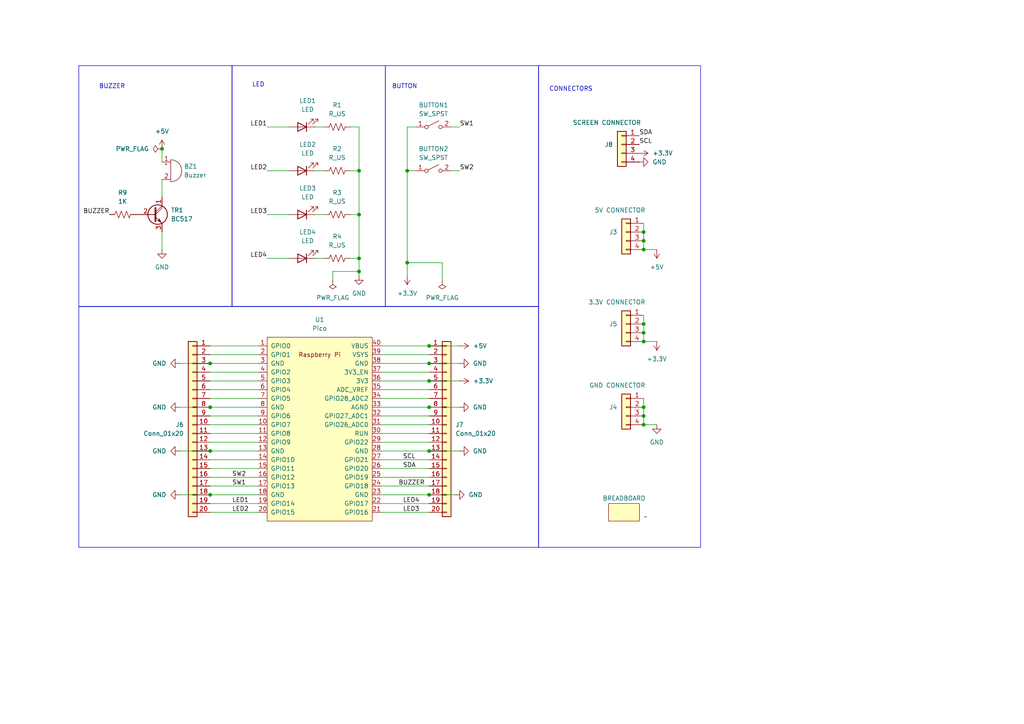
<source format=kicad_sch>
(kicad_sch (version 20231120) (generator "eeschema") (generator_version "8.0")
  (paper "A4")
  (lib_symbols
    (symbol "Library:+3.3V" (power) (pin_numbers hide) (pin_names (offset 0) hide)
      (property "Value" "+3.3V" (at 0 3.556 0))
      (symbol "+3.3V_0_1"
        (polyline (pts (xy -0.762 1.27) (xy 0 2.54)))
        (polyline (pts (xy 0 0) (xy 0 2.54)))
        (polyline (pts (xy 0 2.54) (xy 0.762 1.27)))
      )
      (symbol "+3.3V_1_1"
        (pin power_in line (at 0 0 90) (length 0) (name "~") (number "1"))
      )
    )
    (symbol "Library:+5V" (power) (pin_numbers hide) (pin_names (offset 0) hide)
      (property "Value" "+5V" (at 0 3.556 0))
      (symbol "+5V_0_1"
        (polyline (pts (xy -0.762 1.27) (xy 0 2.54)))
        (polyline (pts (xy 0 0) (xy 0 2.54)))
        (polyline (pts (xy 0 2.54) (xy 0.762 1.27)))
      )
      (symbol "+5V_1_1"
        (pin power_in line (at 0 0 90) (length 0) (name "~") (number "1"))
      )
    )
    (symbol "Library:BC517" (pin_names (offset 0) hide)
      (property "Reference" "Q" (at 5.08 1.905 0))
      (property "Value" "BC517" (at 5.08 0 0))
      (symbol "BC517_0_1"
        (polyline (pts (xy 0.635 0.635) (xy 2.54 2.54)))
        (polyline (pts (xy 0.635 -0.635) (xy 2.54 -2.54) (xy 2.54 -2.54)))
        (polyline (pts (xy 0.635 0) (xy 2.54 1.905) (xy 2.54 2.54)))
        (polyline (pts (xy 0.635 1.905) (xy 0.635 -1.905) (xy 0.635 -1.905)) (stroke (width 0.508)))
        (polyline (pts (xy 1.27 -1.778) (xy 1.778 -1.27) (xy 2.286 -2.286) (xy 1.27 -1.778) (xy 1.27 -1.778)) (fill (type outline)))
        (circle (center 1.27 0) (radius 2.8194) (stroke (width 0.254)))
      )
      (symbol "BC517_1_1"
        (pin passive line (at 2.54 5.08 270) (length 2.54) (name "C") (number "1"))
        (pin input line (at -5.08 0 0) (length 5.715) (name "B") (number "2"))
        (pin passive line (at 2.54 -5.08 90) (length 2.54) (name "E") (number "3"))
      )
    )
    (symbol "Library:Breadboard"
      (property "Reference" "U" (at -4.064 0.762 0))
      (symbol "Breadboard_1_1"
        (rectangle (start -5.08 -1.27) (end 3.81 -6.35) (fill (type background)))
      )
    )
    (symbol "Library:Buzzer" (pin_names (offset 0.0254) hide)
      (property "Reference" "BZ" (at 3.81 1.27 0))
      (property "Value" "Buzzer" (at 3.81 -1.27 0))
      (symbol "Buzzer_0_1"
        (arc (start 0 -3.175) (mid 3.1612 0) (end 0 3.175))
        (polyline (pts (xy -1.651 1.905) (xy -1.143 1.905)))
        (polyline (pts (xy -1.397 2.159) (xy -1.397 1.651)))
        (polyline (pts (xy 0 3.175) (xy 0 -3.175)))
      )
      (symbol "Buzzer_1_1"
        (pin passive line (at -2.54 2.54 0) (length 2.54) (name "+") (number "1"))
        (pin passive line (at -2.54 -2.54 0) (length 2.54) (name "-") (number "2"))
      )
    )
    (symbol "Library:Conn_01x04" (pin_names (offset 1.016) hide)
      (property "Reference" "J" (at 0 5.08 0))
      (property "Value" "Conn_01x04" (at 0 -7.62 0))
      (symbol "Conn_01x04_1_1"
        (rectangle (start -1.27 -4.953) (end 0 -5.207) (stroke (width 0.1524)))
        (rectangle (start -1.27 -2.413) (end 0 -2.667) (stroke (width 0.1524)))
        (rectangle (start -1.27 0.127) (end 0 -0.127) (stroke (width 0.1524)))
        (rectangle (start -1.27 2.667) (end 0 2.413) (stroke (width 0.1524)))
        (rectangle (start -1.27 3.81) (end 1.27 -6.35) (stroke (width 0.254)) (fill (type background)))
        (pin passive line (at -5.08 2.54 0) (length 3.81) (name "Pin_1") (number "1"))
        (pin passive line (at -5.08 0 0) (length 3.81) (name "Pin_2") (number "2"))
        (pin passive line (at -5.08 -2.54 0) (length 3.81) (name "Pin_3") (number "3"))
        (pin passive line (at -5.08 -5.08 0) (length 3.81) (name "Pin_4") (number "4"))
      )
    )
    (symbol "Library:Conn_01x20" (pin_names (offset 1.016) hide)
      (property "Reference" "J" (at 0 25.4 0))
      (property "Value" "Conn_01x20" (at 0 -27.94 0))
      (symbol "Conn_01x20_1_1"
        (rectangle (start -1.27 -25.273) (end 0 -25.527) (stroke (width 0.1524)))
        (rectangle (start -1.27 -22.733) (end 0 -22.987) (stroke (width 0.1524)))
        (rectangle (start -1.27 -20.193) (end 0 -20.447) (stroke (width 0.1524)))
        (rectangle (start -1.27 -17.653) (end 0 -17.907) (stroke (width 0.1524)))
        (rectangle (start -1.27 -15.113) (end 0 -15.367) (stroke (width 0.1524)))
        (rectangle (start -1.27 -12.573) (end 0 -12.827) (stroke (width 0.1524)))
        (rectangle (start -1.27 -10.033) (end 0 -10.287) (stroke (width 0.1524)))
        (rectangle (start -1.27 -7.493) (end 0 -7.747) (stroke (width 0.1524)))
        (rectangle (start -1.27 -4.953) (end 0 -5.207) (stroke (width 0.1524)))
        (rectangle (start -1.27 -2.413) (end 0 -2.667) (stroke (width 0.1524)))
        (rectangle (start -1.27 0.127) (end 0 -0.127) (stroke (width 0.1524)))
        (rectangle (start -1.27 2.667) (end 0 2.413) (stroke (width 0.1524)))
        (rectangle (start -1.27 5.207) (end 0 4.953) (stroke (width 0.1524)))
        (rectangle (start -1.27 7.747) (end 0 7.493) (stroke (width 0.1524)))
        (rectangle (start -1.27 10.287) (end 0 10.033) (stroke (width 0.1524)))
        (rectangle (start -1.27 12.827) (end 0 12.573) (stroke (width 0.1524)))
        (rectangle (start -1.27 15.367) (end 0 15.113) (stroke (width 0.1524)))
        (rectangle (start -1.27 17.907) (end 0 17.653) (stroke (width 0.1524)))
        (rectangle (start -1.27 20.447) (end 0 20.193) (stroke (width 0.1524)))
        (rectangle (start -1.27 22.987) (end 0 22.733) (stroke (width 0.1524)))
        (rectangle (start -1.27 24.13) (end 1.27 -26.67) (stroke (width 0.254)) (fill (type background)))
        (pin passive line (at -5.08 22.86 0) (length 3.81) (name "Pin_1") (number "1"))
        (pin passive line (at -5.08 0 0) (length 3.81) (name "Pin_10") (number "10"))
        (pin passive line (at -5.08 -2.54 0) (length 3.81) (name "Pin_11") (number "11"))
        (pin passive line (at -5.08 -5.08 0) (length 3.81) (name "Pin_12") (number "12"))
        (pin passive line (at -5.08 -7.62 0) (length 3.81) (name "Pin_13") (number "13"))
        (pin passive line (at -5.08 -10.16 0) (length 3.81) (name "Pin_14") (number "14"))
        (pin passive line (at -5.08 -12.7 0) (length 3.81) (name "Pin_15") (number "15"))
        (pin passive line (at -5.08 -15.24 0) (length 3.81) (name "Pin_16") (number "16"))
        (pin passive line (at -5.08 -17.78 0) (length 3.81) (name "Pin_17") (number "17"))
        (pin passive line (at -5.08 -20.32 0) (length 3.81) (name "Pin_18") (number "18"))
        (pin passive line (at -5.08 -22.86 0) (length 3.81) (name "Pin_19") (number "19"))
        (pin passive line (at -5.08 20.32 0) (length 3.81) (name "Pin_2") (number "2"))
        (pin passive line (at -5.08 -25.4 0) (length 3.81) (name "Pin_20") (number "20"))
        (pin passive line (at -5.08 17.78 0) (length 3.81) (name "Pin_3") (number "3"))
        (pin passive line (at -5.08 15.24 0) (length 3.81) (name "Pin_4") (number "4"))
        (pin passive line (at -5.08 12.7 0) (length 3.81) (name "Pin_5") (number "5"))
        (pin passive line (at -5.08 10.16 0) (length 3.81) (name "Pin_6") (number "6"))
        (pin passive line (at -5.08 7.62 0) (length 3.81) (name "Pin_7") (number "7"))
        (pin passive line (at -5.08 5.08 0) (length 3.81) (name "Pin_8") (number "8"))
        (pin passive line (at -5.08 2.54 0) (length 3.81) (name "Pin_9") (number "9"))
      )
    )
    (symbol "Library:GND" (power) (pin_numbers hide) (pin_names (offset 0) hide)
      (property "Value" "GND" (at 0 -3.81 0))
      (symbol "GND_0_1"
        (polyline (pts (xy 0 0) (xy 0 -1.27) (xy 1.27 -1.27) (xy 0 -2.54) (xy -1.27 -1.27) (xy 0 -1.27)))
      )
      (symbol "GND_1_1"
        (pin power_in line (at 0 0 270) (length 0) (name "~") (number "1"))
      )
    )
    (symbol "Library:LED" (pin_numbers hide) (pin_names (offset 1.016) hide)
      (property "Reference" "D" (at 0 2.54 0))
      (property "Value" "LED" (at 0 -2.54 0))
      (symbol "LED_0_1"
        (polyline (pts (xy -1.27 -1.27) (xy -1.27 1.27)) (stroke (width 0.254)))
        (polyline (pts (xy -1.27 0) (xy 1.27 0)))
        (polyline (pts (xy 1.27 -1.27) (xy 1.27 1.27) (xy -1.27 0) (xy 1.27 -1.27)) (stroke (width 0.254)))
        (polyline (pts (xy -3.048 -0.762) (xy -4.572 -2.286) (xy -3.81 -2.286) (xy -4.572 -2.286) (xy -4.572 -1.524)))
        (polyline (pts (xy -1.778 -0.762) (xy -3.302 -2.286) (xy -2.54 -2.286) (xy -3.302 -2.286) (xy -3.302 -1.524)))
      )
      (symbol "LED_1_1"
        (pin passive line (at -3.81 0 0) (length 2.54) (name "K") (number "1"))
        (pin passive line (at 3.81 0 180) (length 2.54) (name "A") (number "2"))
      )
    )
    (symbol "Library:PWR_FLAG" (power) (pin_numbers hide) (pin_names (offset 0) hide)
      (property "Value" "PWR_FLAG" (at 0 3.81 0))
      (symbol "PWR_FLAG_0_0"
        (pin power_out line (at 0 0 90) (length 0) (name "~") (number "1"))
      )
      (symbol "PWR_FLAG_0_1"
        (polyline (pts (xy 0 0) (xy 0 1.27) (xy -1.016 1.905) (xy 0 2.54) (xy 1.016 1.905) (xy 0 1.27)))
      )
    )
    (symbol "Library:Pico" (pin_names (offset 1.016))
      (property "Reference" "U1" (at 0 31.75 0))
      (property "Value" "Pico" (at 0 29.21 0))
      (symbol "Pico_0_0"
        (text "Raspberry Pi" (at 0 21.59 0) (effects (font (size 1.27 1.27))))
      )
      (symbol "Pico_0_1"
        (rectangle (start -15.24 26.67) (end 15.24 -26.67) (fill (type background)))
      )
      (symbol "Pico_1_1"
        (pin bidirectional line (at -17.78 24.13 0) (length 2.54) (name "GPIO0") (number "1"))
        (pin bidirectional line (at -17.78 1.27 0) (length 2.54) (name "GPIO7") (number "10"))
        (pin bidirectional line (at -17.78 -1.27 0) (length 2.54) (name "GPIO8") (number "11"))
        (pin bidirectional line (at -17.78 -3.81 0) (length 2.54) (name "GPIO9") (number "12"))
        (pin power_in line (at -17.78 -6.35 0) (length 2.54) (name "GND") (number "13"))
        (pin bidirectional line (at -17.78 -8.89 0) (length 2.54) (name "GPIO10") (number "14"))
        (pin bidirectional line (at -17.78 -11.43 0) (length 2.54) (name "GPIO11") (number "15"))
        (pin bidirectional line (at -17.78 -13.97 0) (length 2.54) (name "GPIO12") (number "16"))
        (pin bidirectional line (at -17.78 -16.51 0) (length 2.54) (name "GPIO13") (number "17"))
        (pin power_in line (at -17.78 -19.05 0) (length 2.54) (name "GND") (number "18"))
        (pin bidirectional line (at -17.78 -21.59 0) (length 2.54) (name "GPIO14") (number "19"))
        (pin bidirectional line (at -17.78 21.59 0) (length 2.54) (name "GPIO1") (number "2"))
        (pin bidirectional line (at -17.78 -24.13 0) (length 2.54) (name "GPIO15") (number "20"))
        (pin bidirectional line (at 17.78 -24.13 180) (length 2.54) (name "GPIO16") (number "21"))
        (pin bidirectional line (at 17.78 -21.59 180) (length 2.54) (name "GPIO17") (number "22"))
        (pin power_in line (at 17.78 -19.05 180) (length 2.54) (name "GND") (number "23"))
        (pin bidirectional line (at 17.78 -16.51 180) (length 2.54) (name "GPIO18") (number "24"))
        (pin bidirectional line (at 17.78 -13.97 180) (length 2.54) (name "GPIO19") (number "25"))
        (pin bidirectional line (at 17.78 -11.43 180) (length 2.54) (name "GPIO20") (number "26"))
        (pin bidirectional line (at 17.78 -8.89 180) (length 2.54) (name "GPIO21") (number "27"))
        (pin power_in line (at 17.78 -6.35 180) (length 2.54) (name "GND") (number "28"))
        (pin bidirectional line (at 17.78 -3.81 180) (length 2.54) (name "GPIO22") (number "29"))
        (pin power_in line (at -17.78 19.05 0) (length 2.54) (name "GND") (number "3"))
        (pin input line (at 17.78 -1.27 180) (length 2.54) (name "RUN") (number "30"))
        (pin bidirectional line (at 17.78 1.27 180) (length 2.54) (name "GPIO26_ADC0") (number "31"))
        (pin bidirectional line (at 17.78 3.81 180) (length 2.54) (name "GPIO27_ADC1") (number "32"))
        (pin power_in line (at 17.78 6.35 180) (length 2.54) (name "AGND") (number "33"))
        (pin bidirectional line (at 17.78 8.89 180) (length 2.54) (name "GPIO28_ADC2") (number "34"))
        (pin unspecified line (at 17.78 11.43 180) (length 2.54) (name "ADC_VREF") (number "35"))
        (pin unspecified line (at 17.78 13.97 180) (length 2.54) (name "3V3") (number "36"))
        (pin input line (at 17.78 16.51 180) (length 2.54) (name "3V3_EN") (number "37"))
        (pin bidirectional line (at 17.78 19.05 180) (length 2.54) (name "GND") (number "38"))
        (pin unspecified line (at 17.78 21.59 180) (length 2.54) (name "VSYS") (number "39"))
        (pin bidirectional line (at -17.78 16.51 0) (length 2.54) (name "GPIO2") (number "4"))
        (pin unspecified line (at 17.78 24.13 180) (length 2.54) (name "VBUS") (number "40"))
        (pin bidirectional line (at -17.78 13.97 0) (length 2.54) (name "GPIO3") (number "5"))
        (pin bidirectional line (at -17.78 11.43 0) (length 2.54) (name "GPIO4") (number "6"))
        (pin bidirectional line (at -17.78 8.89 0) (length 2.54) (name "GPIO5") (number "7"))
        (pin power_in line (at -17.78 6.35 0) (length 2.54) (name "GND") (number "8"))
        (pin bidirectional line (at -17.78 3.81 0) (length 2.54) (name "GPIO6") (number "9"))
      )
    )
    (symbol "Library:R_US" (pin_numbers hide) (pin_names (offset 0))
      (property "Reference" "R" (at 2.54 0 90))
      (property "Value" "R_US" (at -2.54 0 90))
      (symbol "R_US_0_1"
        (polyline (pts (xy 0 -2.286) (xy 0 -2.54)))
        (polyline (pts (xy 0 2.286) (xy 0 2.54)))
        (polyline (pts (xy 0 -0.762) (xy 1.016 -1.143) (xy 0 -1.524) (xy -1.016 -1.905) (xy 0 -2.286)))
        (polyline (pts (xy 0 0.762) (xy 1.016 0.381) (xy 0 0) (xy -1.016 -0.381) (xy 0 -0.762)))
        (polyline (pts (xy 0 2.286) (xy 1.016 1.905) (xy 0 1.524) (xy -1.016 1.143) (xy 0 0.762)))
      )
      (symbol "R_US_1_1"
        (pin passive line (at 0 3.81 270) (length 1.27) (name "~") (number "1"))
        (pin passive line (at 0 -3.81 90) (length 1.27) (name "~") (number "2"))
      )
    )
    (symbol "Library:SW_SPST" (pin_names (offset 0) hide)
      (property "Reference" "SW" (at 0 3.175 0))
      (property "Value" "SW_SPST" (at 0 -2.54 0))
      (symbol "SW_SPST_0_0"
        (circle (center -2.032 0) (radius 0.508))
        (polyline (pts (xy -1.524 0.254) (xy 1.524 1.778)))
        (circle (center 2.032 0) (radius 0.508))
      )
      (symbol "SW_SPST_1_1"
        (pin passive line (at -5.08 0 0) (length 2.54) (name "A") (number "1"))
        (pin passive line (at 5.08 0 180) (length 2.54) (name "B") (number "2"))
      )
    )
  )
  (junction (at 104.14 78.74))
  (junction (at 186.69 118.11))
  (junction (at 124.46 130.81))
  (junction (at 186.69 120.65))
  (junction (at 118.11 76.2))
  (junction (at 186.69 67.31))
  (junction (at 186.69 93.98))
  (junction (at 124.46 118.11))
  (junction (at 60.96 130.81))
  (junction (at 118.11 49.53))
  (junction (at 186.69 96.52))
  (junction (at 186.69 99.06))
  (junction (at 60.96 143.51))
  (junction (at 186.69 72.39))
  (junction (at 124.46 110.49))
  (junction (at 124.46 100.33))
  (junction (at 46.99 43.18))
  (junction (at 124.46 105.41))
  (junction (at 186.69 69.85))
  (junction (at 104.14 62.23))
  (junction (at 104.14 49.53))
  (junction (at 60.96 105.41))
  (junction (at 104.14 74.93))
  (junction (at 60.96 118.11))
  (junction (at 124.46 143.51))
  (junction (at 186.69 123.19))
  (wire (pts (xy 60.96 130.81) (xy 52.07 130.81)))
  (wire (pts (xy 91.44 62.23) (xy 93.98 62.23)))
  (wire (pts (xy 60.96 143.51) (xy 74.93 143.51)))
  (wire (pts (xy 124.46 130.81) (xy 133.35 130.81)))
  (wire (pts (xy 186.69 67.31) (xy 186.69 69.85)))
  (wire (pts (xy 124.46 148.59) (xy 110.49 148.59)))
  (wire (pts (xy 130.81 49.53) (xy 133.35 49.53)))
  (wire (pts (xy 46.99 67.31) (xy 46.99 72.39)))
  (wire (pts (xy 77.47 74.93) (xy 83.82 74.93)))
  (wire (pts (xy 124.46 146.05) (xy 110.49 146.05)))
  (wire (pts (xy 91.44 74.93) (xy 93.98 74.93)))
  (wire (pts (xy 110.49 110.49) (xy 124.46 110.49)))
  (wire (pts (xy 60.96 110.49) (xy 74.93 110.49)))
  (wire (pts (xy 124.46 128.27) (xy 110.49 128.27)))
  (wire (pts (xy 60.96 140.97) (xy 74.93 140.97)))
  (wire (pts (xy 60.96 100.33) (xy 74.93 100.33)))
  (wire (pts (xy 118.11 49.53) (xy 118.11 36.83)))
  (wire (pts (xy 118.11 76.2) (xy 128.27 76.2)))
  (wire (pts (xy 128.27 81.28) (xy 128.27 76.2)))
  (wire (pts (xy 60.96 118.11) (xy 74.93 118.11)))
  (wire (pts (xy 118.11 49.53) (xy 120.65 49.53)))
  (wire (pts (xy 77.47 36.83) (xy 83.82 36.83)))
  (wire (pts (xy 124.46 118.11) (xy 133.35 118.11)))
  (wire (pts (xy 60.96 107.95) (xy 74.93 107.95)))
  (wire (pts (xy 124.46 110.49) (xy 133.35 110.49)))
  (wire (pts (xy 101.6 62.23) (xy 104.14 62.23)))
  (wire (pts (xy 104.14 74.93) (xy 104.14 78.74)))
  (wire (pts (xy 124.46 125.73) (xy 110.49 125.73)))
  (wire (pts (xy 186.69 123.19) (xy 190.5 123.19)))
  (wire (pts (xy 124.46 133.35) (xy 110.49 133.35)))
  (wire (pts (xy 186.69 91.44) (xy 186.69 93.98)))
  (wire (pts (xy 60.96 146.05) (xy 74.93 146.05)))
  (wire (pts (xy 186.69 96.52) (xy 186.69 99.06)))
  (wire (pts (xy 60.96 113.03) (xy 74.93 113.03)))
  (wire (pts (xy 60.96 133.35) (xy 74.93 133.35)))
  (wire (pts (xy 60.96 115.57) (xy 74.93 115.57)))
  (wire (pts (xy 60.96 120.65) (xy 74.93 120.65)))
  (wire (pts (xy 118.11 36.83) (xy 120.65 36.83)))
  (wire (pts (xy 77.47 49.53) (xy 83.82 49.53)))
  (wire (pts (xy 186.69 115.57) (xy 186.69 118.11)))
  (wire (pts (xy 104.14 62.23) (xy 104.14 74.93)))
  (wire (pts (xy 118.11 49.53) (xy 118.11 76.2)))
  (wire (pts (xy 101.6 49.53) (xy 104.14 49.53)))
  (wire (pts (xy 60.96 118.11) (xy 52.07 118.11)))
  (wire (pts (xy 186.69 64.77) (xy 186.69 67.31)))
  (wire (pts (xy 186.69 120.65) (xy 186.69 123.19)))
  (wire (pts (xy 124.46 138.43) (xy 110.49 138.43)))
  (wire (pts (xy 124.46 123.19) (xy 110.49 123.19)))
  (wire (pts (xy 124.46 143.51) (xy 132.08 143.51)))
  (wire (pts (xy 91.44 36.83) (xy 93.98 36.83)))
  (wire (pts (xy 60.96 105.41) (xy 52.07 105.41)))
  (wire (pts (xy 60.96 105.41) (xy 74.93 105.41)))
  (wire (pts (xy 77.47 62.23) (xy 83.82 62.23)))
  (wire (pts (xy 124.46 140.97) (xy 110.49 140.97)))
  (wire (pts (xy 186.69 99.06) (xy 190.5 99.06)))
  (wire (pts (xy 60.96 130.81) (xy 74.93 130.81)))
  (wire (pts (xy 186.69 72.39) (xy 190.5 72.39)))
  (wire (pts (xy 60.96 125.73) (xy 74.93 125.73)))
  (wire (pts (xy 46.99 43.18) (xy 46.99 46.99)))
  (wire (pts (xy 124.46 113.03) (xy 110.49 113.03)))
  (wire (pts (xy 91.44 49.53) (xy 93.98 49.53)))
  (wire (pts (xy 96.52 78.74) (xy 104.14 78.74)))
  (wire (pts (xy 46.99 52.07) (xy 46.99 57.15)))
  (wire (pts (xy 60.96 128.27) (xy 74.93 128.27)))
  (wire (pts (xy 60.96 138.43) (xy 74.93 138.43)))
  (wire (pts (xy 186.69 118.11) (xy 186.69 120.65)))
  (wire (pts (xy 124.46 102.87) (xy 110.49 102.87)))
  (wire (pts (xy 104.14 78.74) (xy 104.14 80.01)))
  (wire (pts (xy 124.46 120.65) (xy 110.49 120.65)))
  (wire (pts (xy 124.46 107.95) (xy 110.49 107.95)))
  (wire (pts (xy 101.6 36.83) (xy 104.14 36.83)))
  (wire (pts (xy 186.69 69.85) (xy 186.69 72.39)))
  (wire (pts (xy 110.49 143.51) (xy 124.46 143.51)))
  (wire (pts (xy 60.96 123.19) (xy 74.93 123.19)))
  (wire (pts (xy 104.14 36.83) (xy 104.14 49.53)))
  (wire (pts (xy 124.46 115.57) (xy 110.49 115.57)))
  (wire (pts (xy 60.96 143.51) (xy 52.07 143.51)))
  (wire (pts (xy 124.46 105.41) (xy 133.35 105.41)))
  (wire (pts (xy 124.46 118.11) (xy 110.49 118.11)))
  (wire (pts (xy 110.49 100.33) (xy 124.46 100.33)))
  (wire (pts (xy 104.14 49.53) (xy 104.14 62.23)))
  (wire (pts (xy 118.11 76.2) (xy 118.11 80.01)))
  (wire (pts (xy 186.69 93.98) (xy 186.69 96.52)))
  (wire (pts (xy 124.46 130.81) (xy 110.49 130.81)))
  (wire (pts (xy 124.46 135.89) (xy 110.49 135.89)))
  (wire (pts (xy 96.52 81.28) (xy 96.52 78.74)))
  (wire (pts (xy 101.6 74.93) (xy 104.14 74.93)))
  (wire (pts (xy 124.46 105.41) (xy 110.49 105.41)))
  (wire (pts (xy 60.96 102.87) (xy 74.93 102.87)))
  (wire (pts (xy 130.81 36.83) (xy 133.35 36.83)))
  (wire (pts (xy 124.46 100.33) (xy 133.35 100.33)))
  (wire (pts (xy 60.96 148.59) (xy 74.93 148.59)))
  (wire (pts (xy 60.96 135.89) (xy 74.93 135.89)))
  (rectangle (start 111.76 19.05) (end 156.21 88.9))
  (rectangle (start 22.86 88.9) (end 156.21 158.75))
  (rectangle (start 22.86 19.05) (end 67.31 88.9))
  (rectangle (start 156.21 19.05) (end 203.2 158.75))
  (rectangle (start 67.31 19.05) (end 111.76 88.9))
  (text "BUTTON" (at 117.348 25.146 0) (effects (font (size 1.27 1.27))))
  (text "CONNECTORS\n" (at 165.608 25.908 0) (effects (font (size 1.27 1.27))))
  (text "LED" (at 74.93 24.638 0) (effects (font (size 1.27 1.27))))
  (text "BUZZER" (at 32.512 25.146 0) (effects (font (size 1.27 1.27))))
  (label "LED4" (at 116.84 146.05 0))
  (label "SW2" (at 67.31 138.43 0))
  (label "SDA" (at 116.84 135.89 0))
  (label "LED3" (at 77.47 62.23 180))
  (label "LED4" (at 77.47 74.93 180))
  (label "SDA" (at 185.42 39.37 0))
  (label "SCL" (at 185.42 41.91 0))
  (label "LED2" (at 77.47 49.53 180))
  (label "SCL" (at 116.84 133.35 0))
  (label "SW1" (at 133.35 36.83 0))
  (label "BUZZER" (at 115.57 140.97 0))
  (label "BUZZER" (at 31.75 62.23 180))
  (label "SW1" (at 67.31 140.97 0))
  (label "LED1" (at 77.47 36.83 180))
  (label "LED2" (at 67.31 148.59 0))
  (label "LED1" (at 67.31 146.05 0))
  (label "SW2" (at 133.35 49.53 0))
  (label "LED3" (at 116.84 148.59 0))
  (symbol (lib_id "Library:+5V") (at 46.99 43.18 0) (unit 1)
    (property "Reference" "#PWR02" (effects (hide yes)))
    (property "Value" "+5V" (at 46.99 38.1 0))
    (property "Description" "Power symbol creates a global label with name \"+5V\"" (effects (hide yes)))
  )
  (symbol (lib_id "Library:+5V") (at 190.5 72.39 180) (unit 1)
    (property "Reference" "#PWR06" (effects (hide yes)))
    (property "Value" "+5V" (at 190.5 77.47 0))
    (property "Description" "Power symbol creates a global label with name \"+5V\"" (effects (hide yes)))
  )
  (symbol (lib_id "Library:+3.3V") (at 185.42 44.45 270) (unit 1)
    (property "Reference" "#PWR019" (effects (hide yes)))
    (property "Value" "+3.3V" (at 189.23 44.4499 90) (effects (justify left)))
    (property "Description" "Power symbol creates a global label with name \"+3.3V\"" (effects (hide yes)))
  )
  (symbol (lib_id "Library:SW_SPST") (at 125.73 49.53 0) (unit 1)
    (property "Reference" "BUTTON2" (at 125.73 43.18 0))
    (property "Value" "SW_SPST" (at 125.73 45.72 0))
    (property "Footprint" "Button_Switch_THT:SW_PUSH_6mm" (effects (hide yes)))
    (property "Description" "Single Pole Single Throw (SPST) switch" (effects (hide yes)))
  )
  (symbol (lib_id "Library:Conn_01x20") (at 129.54 123.19 0) (unit 1)
    (property "Reference" "J7" (at 132.08 123.1899 0) (effects (justify left)))
    (property "Value" "Conn_01x20" (at 132.08 125.7299 0) (effects (justify left)))
    (property "Footprint" "Connector_PinHeader_2.54mm:PinHeader_1x20_P2.54mm_Vertical" (effects (hide yes)))
    (property "Description" "Generic connector, single row, 01x20, script generated (kicad-library-utils/schlib/autogen/connector/)" (effects (hide yes)))
  )
  (symbol (lib_id "Library:PWR_FLAG") (at 46.99 43.18 90) (unit 1)
    (property "Reference" "#FLG01" (effects (hide yes)))
    (property "Value" "PWR_FLAG" (at 43.18 43.1799 90) (effects (justify left)))
    (property "Description" "Special symbol for telling ERC where power comes from" (effects (hide yes)))
  )
  (symbol (lib_id "Library:GND") (at 132.08 143.51 90) (unit 1)
    (property "Reference" "#PWR013" (effects (hide yes)))
    (property "Value" "GND" (at 135.89 143.5099 90) (effects (justify right)))
    (property "Description" "Power symbol creates a global label with name \"GND\" , ground" (effects (hide yes)))
  )
  (symbol (lib_id "Library:Conn_01x04") (at 181.61 118.11 0) (mirror y) (unit 1)
    (property "Reference" "J4" (at 179.07 118.1099 0) (effects (justify left)))
    (property "Value" "GND CONNECTOR" (at 187.198 111.76 0) (effects (justify left)))
    (property "Footprint" "Connector_PinHeader_2.54mm:PinHeader_1x04_P2.54mm_Vertical" (effects (hide yes)))
    (property "Description" "Generic connector, single row, 01x04, script generated (kicad-library-utils/schlib/autogen/connector/)" (effects (hide yes)))
  )
  (symbol (lib_id "Library:PWR_FLAG") (at 96.52 81.28 180) (unit 1)
    (property "Reference" "#FLG02" (effects (hide yes)))
    (property "Value" "PWR_FLAG" (at 96.52 86.36 0))
    (property "Description" "Special symbol for telling ERC where power comes from" (effects (hide yes)))
  )
  (symbol (lib_id "Library:Conn_01x04") (at 181.61 67.31 0) (mirror y) (unit 1)
    (property "Reference" "J3" (at 179.07 67.3099 0) (effects (justify left)))
    (property "Value" "5V CONNECTOR" (at 187.198 60.96 0) (effects (justify left)))
    (property "Footprint" "Connector_PinHeader_2.54mm:PinHeader_1x04_P2.54mm_Vertical" (effects (hide yes)))
    (property "Description" "Generic connector, single row, 01x04, script generated (kicad-library-utils/schlib/autogen/connector/)" (effects (hide yes)))
  )
  (symbol (lib_id "Library:GND") (at 52.07 118.11 270) (unit 1)
    (property "Reference" "#PWR017" (effects (hide yes)))
    (property "Value" "GND" (at 48.26 118.1101 90) (effects (justify right)))
    (property "Description" "Power symbol creates a global label with name \"GND\" , ground" (effects (hide yes)))
  )
  (symbol (lib_id "Library:PWR_FLAG") (at 128.27 81.28 180) (unit 1)
    (property "Reference" "#FLG03" (effects (hide yes)))
    (property "Value" "PWR_FLAG" (at 128.27 86.36 0))
    (property "Description" "Special symbol for telling ERC where power comes from" (effects (hide yes)))
  )
  (symbol (lib_id "Library:GND") (at 52.07 143.51 270) (unit 1)
    (property "Reference" "#PWR015" (effects (hide yes)))
    (property "Value" "GND" (at 48.26 143.5101 90) (effects (justify right)))
    (property "Description" "Power symbol creates a global label with name \"GND\" , ground" (effects (hide yes)))
  )
  (symbol (lib_id "Library:Buzzer") (at 49.53 49.53 0) (unit 1)
    (property "Reference" "BZ1" (at 53.34 48.2599 0) (effects (justify left)))
    (property "Value" "Buzzer" (at 53.34 50.7999 0) (effects (justify left)))
    (property "Footprint" "Buzzer_Beeper:Buzzer_15x7.5RM7.6" (effects (hide yes)))
    (property "Description" "Buzzer, polarized" (effects (hide yes)))
  )
  (symbol (lib_id "Library:BC517") (at 44.45 62.23 0) (unit 1)
    (property "Reference" "TR1" (at 49.53 60.9599 0) (effects (justify left)))
    (property "Value" "BC517" (at 49.53 63.4999 0) (effects (justify left)))
    (property "Footprint" "Package_TO_SOT_THT:TO-92_Inline" (effects (hide yes)))
    (property "Datasheet" "https://www.onsemi.com/pub/Collateral/BC517-D74Z-D.PDF" (effects (hide yes)))
    (property "Description" "1A Ic, 30V Vce, Darlington NPN Transistor, TO-92" (effects (hide yes)))
  )
  (symbol (lib_id "Library:GND") (at 52.07 105.41 270) (unit 1)
    (property "Reference" "#PWR018" (effects (hide yes)))
    (property "Value" "GND" (at 48.26 105.4101 90) (effects (justify right)))
    (property "Description" "Power symbol creates a global label with name \"GND\" , ground" (effects (hide yes)))
  )
  (symbol (lib_id "Library:GND") (at 104.14 80.01 0) (unit 1)
    (property "Reference" "#PWR01" (effects (hide yes)))
    (property "Value" "GND" (at 104.14 85.09 0))
    (property "Description" "Power symbol creates a global label with name \"GND\" , ground" (effects (hide yes)))
  )
  (symbol (lib_id "Library:Conn_01x20") (at 55.88 123.19 0) (mirror y) (unit 1)
    (property "Reference" "J6" (at 53.34 123.1899 0) (effects (justify left)))
    (property "Value" "Conn_01x20" (at 53.34 125.7299 0) (effects (justify left)))
    (property "Footprint" "Connector_PinHeader_2.54mm:PinHeader_1x20_P2.54mm_Vertical" (effects (hide yes)))
    (property "Description" "Generic connector, single row, 01x20, script generated (kicad-library-utils/schlib/autogen/connector/)" (effects (hide yes)))
  )
  (symbol (lib_id "Library:Pico") (at 92.71 124.46 0) (unit 1)
    (property "Reference" "U1" (at 92.71 92.71 0))
    (property "Value" "Pico" (at 92.71 95.25 0))
    (property "Footprint" "RPi_Pico:RPi_Pico_SMD_TH" (effects (hide yes)))
  )
  (symbol (lib_id "Library:R_US") (at 35.56 62.23 90) (unit 1)
    (property "Reference" "R9" (at 35.56 55.88 90))
    (property "Value" "1K" (at 35.56 58.42 90))
    (property "Footprint" "Resistor_THT:R_Axial_DIN0204_L3.6mm_D1.6mm_P7.62mm_Horizontal" (effects (hide yes)))
    (property "Description" "Resistor, US symbol" (effects (hide yes)))
  )
  (symbol (lib_id "Library:LED") (at 87.63 62.23 180) (unit 1)
    (property "Reference" "LED3" (at 89.2175 54.61 0))
    (property "Value" "LED" (at 89.2175 57.15 0))
    (property "Footprint" "LED_THT:LED_D5.0mm" (effects (hide yes)))
    (property "Description" "Light emitting diode" (effects (hide yes)))
  )
  (symbol (lib_id "Library:GND") (at 133.35 105.41 90) (unit 1)
    (property "Reference" "#PWR011" (effects (hide yes)))
    (property "Value" "GND" (at 137.16 105.4099 90) (effects (justify right)))
    (property "Description" "Power symbol creates a global label with name \"GND\" , ground" (effects (hide yes)))
  )
  (symbol (lib_id "Library:GND") (at 52.07 130.81 270) (unit 1)
    (property "Reference" "#PWR016" (effects (hide yes)))
    (property "Value" "GND" (at 48.26 130.8101 90) (effects (justify right)))
    (property "Description" "Power symbol creates a global label with name \"GND\" , ground" (effects (hide yes)))
  )
  (symbol (lib_id "Library:R_US") (at 97.79 36.83 90) (unit 1)
    (property "Reference" "R1" (at 97.79 30.48 90))
    (property "Value" "R_US" (at 97.79 33.02 90))
    (property "Footprint" "Resistor_THT:R_Axial_DIN0204_L3.6mm_D1.6mm_P7.62mm_Horizontal" (effects (hide yes)))
    (property "Description" "Resistor, US symbol" (effects (hide yes)))
  )
  (symbol (lib_id "Library:Breadboard") (at 181.61 144.78 0) (unit 1)
    (property "Reference" "BREADBOARD" (at 174.752 144.526 0) (effects (justify left)))
    (property "Value" "~" (at 186.69 149.86 0) (effects (justify left)))
    (property "Footprint" "Custom:Breadboard" (effects (hide yes)))
  )
  (symbol (lib_id "Library:+3.3V") (at 133.35 110.49 270) (unit 1)
    (property "Reference" "#PWR010" (effects (hide yes)))
    (property "Value" "+3.3V" (at 137.16 110.4899 90) (effects (justify left)))
    (property "Description" "Power symbol creates a global label with name \"+3.3V\"" (effects (hide yes)))
  )
  (symbol (lib_id "Library:Conn_01x04") (at 180.34 41.91 0) (mirror y) (unit 1)
    (property "Reference" "J8" (at 177.8 41.9099 0) (effects (justify left)))
    (property "Value" "SCREEN CONNECTOR" (at 185.928 35.56 0) (effects (justify left)))
    (property "Footprint" "Connector_PinHeader_2.54mm:PinHeader_1x04_P2.54mm_Vertical" (effects (hide yes)))
    (property "Description" "Generic connector, single row, 01x04, script generated (kicad-library-utils/schlib/autogen/connector/)" (effects (hide yes)))
  )
  (symbol (lib_id "Library:Conn_01x04") (at 181.61 93.98 0) (mirror y) (unit 1)
    (property "Reference" "J5" (at 179.07 93.9799 0) (effects (justify left)))
    (property "Value" "3.3V CONNECTOR" (at 187.198 87.63 0) (effects (justify left)))
    (property "Footprint" "Connector_PinHeader_2.54mm:PinHeader_1x04_P2.54mm_Vertical" (effects (hide yes)))
    (property "Description" "Generic connector, single row, 01x04, script generated (kicad-library-utils/schlib/autogen/connector/)" (effects (hide yes)))
  )
  (symbol (lib_id "Library:R_US") (at 97.79 62.23 90) (unit 1)
    (property "Reference" "R3" (at 97.79 55.88 90))
    (property "Value" "R_US" (at 97.79 58.42 90))
    (property "Footprint" "Resistor_THT:R_Axial_DIN0204_L3.6mm_D1.6mm_P7.62mm_Horizontal" (effects (hide yes)))
    (property "Description" "Resistor, US symbol" (effects (hide yes)))
  )
  (symbol (lib_id "Library:R_US") (at 97.79 49.53 90) (unit 1)
    (property "Reference" "R2" (at 97.79 43.18 90))
    (property "Value" "R_US" (at 97.79 45.72 90))
    (property "Footprint" "Resistor_THT:R_Axial_DIN0204_L3.6mm_D1.6mm_P7.62mm_Horizontal" (effects (hide yes)))
    (property "Description" "Resistor, US symbol" (effects (hide yes)))
  )
  (symbol (lib_id "Library:GND") (at 133.35 130.81 90) (unit 1)
    (property "Reference" "#PWR014" (effects (hide yes)))
    (property "Value" "GND" (at 137.16 130.8099 90) (effects (justify right)))
    (property "Description" "Power symbol creates a global label with name \"GND\" , ground" (effects (hide yes)))
  )
  (symbol (lib_id "Library:+3.3V") (at 118.11 80.01 180) (unit 1)
    (property "Reference" "#PWR04" (effects (hide yes)))
    (property "Value" "+3.3V" (at 118.11 85.09 0))
    (property "Description" "Power symbol creates a global label with name \"+3.3V\"" (effects (hide yes)))
  )
  (symbol (lib_id "Library:+3.3V") (at 190.5 99.06 180) (unit 1)
    (property "Reference" "#PWR08" (effects (hide yes)))
    (property "Value" "+3.3V" (at 190.5 104.14 0))
    (property "Description" "Power symbol creates a global label with name \"+3.3V\"" (effects (hide yes)))
  )
  (symbol (lib_id "Library:SW_SPST") (at 125.73 36.83 0) (unit 1)
    (property "Reference" "BUTTON1" (at 125.73 30.48 0))
    (property "Value" "SW_SPST" (at 125.73 33.02 0))
    (property "Footprint" "Button_Switch_THT:SW_PUSH_6mm" (effects (hide yes)))
    (property "Description" "Single Pole Single Throw (SPST) switch" (effects (hide yes)))
  )
  (symbol (lib_id "Library:GND") (at 190.5 123.19 0) (unit 1)
    (property "Reference" "#PWR07" (effects (hide yes)))
    (property "Value" "GND" (at 190.5 128.27 0))
    (property "Description" "Power symbol creates a global label with name \"GND\" , ground" (effects (hide yes)))
  )
  (symbol (lib_id "Library:LED") (at 87.63 74.93 180) (unit 1)
    (property "Reference" "LED4" (at 89.2175 67.31 0))
    (property "Value" "LED" (at 89.2175 69.85 0))
    (property "Footprint" "LED_THT:LED_D5.0mm" (effects (hide yes)))
    (property "Description" "Light emitting diode" (effects (hide yes)))
  )
  (symbol (lib_id "Library:GND") (at 185.42 46.99 90) (unit 1)
    (property "Reference" "#PWR020" (effects (hide yes)))
    (property "Value" "GND" (at 189.23 46.9899 90) (effects (justify right)))
    (property "Description" "Power symbol creates a global label with name \"GND\" , ground" (effects (hide yes)))
  )
  (symbol (lib_id "Library:R_US") (at 97.79 74.93 90) (unit 1)
    (property "Reference" "R4" (at 97.79 68.58 90))
    (property "Value" "R_US" (at 97.79 71.12 90))
    (property "Footprint" "Resistor_THT:R_Axial_DIN0204_L3.6mm_D1.6mm_P7.62mm_Horizontal" (effects (hide yes)))
    (property "Description" "Resistor, US symbol" (effects (hide yes)))
  )
  (symbol (lib_id "Library:GND") (at 46.99 72.39 0) (unit 1)
    (property "Reference" "#PWR05" (effects (hide yes)))
    (property "Value" "GND" (at 46.99 77.47 0))
    (property "Description" "Power symbol creates a global label with name \"GND\" , ground" (effects (hide yes)))
  )
  (symbol (lib_id "Library:LED") (at 87.63 49.53 180) (unit 1)
    (property "Reference" "LED2" (at 89.2175 41.91 0))
    (property "Value" "LED" (at 89.2175 44.45 0))
    (property "Footprint" "LED_THT:LED_D5.0mm" (effects (hide yes)))
    (property "Description" "Light emitting diode" (effects (hide yes)))
  )
  (symbol (lib_id "Library:GND") (at 133.35 118.11 90) (unit 1)
    (property "Reference" "#PWR012" (effects (hide yes)))
    (property "Value" "GND" (at 137.16 118.1099 90) (effects (justify right)))
    (property "Description" "Power symbol creates a global label with name \"GND\" , ground" (effects (hide yes)))
  )
  (symbol (lib_id "Library:+5V") (at 133.35 100.33 270) (unit 1)
    (property "Reference" "#PWR09" (effects (hide yes)))
    (property "Value" "+5V" (at 137.16 100.3299 90) (effects (justify left)))
    (property "Description" "Power symbol creates a global label with name \"+5V\"" (effects (hide yes)))
  )
  (symbol (lib_id "Library:LED") (at 87.63 36.83 180) (unit 1)
    (property "Reference" "LED1" (at 89.2175 29.21 0))
    (property "Value" "LED" (at 89.2175 31.75 0))
    (property "Footprint" "LED_THT:LED_D5.0mm" (effects (hide yes)))
    (property "Description" "Light emitting diode" (effects (hide yes)))
  )
)
</source>
